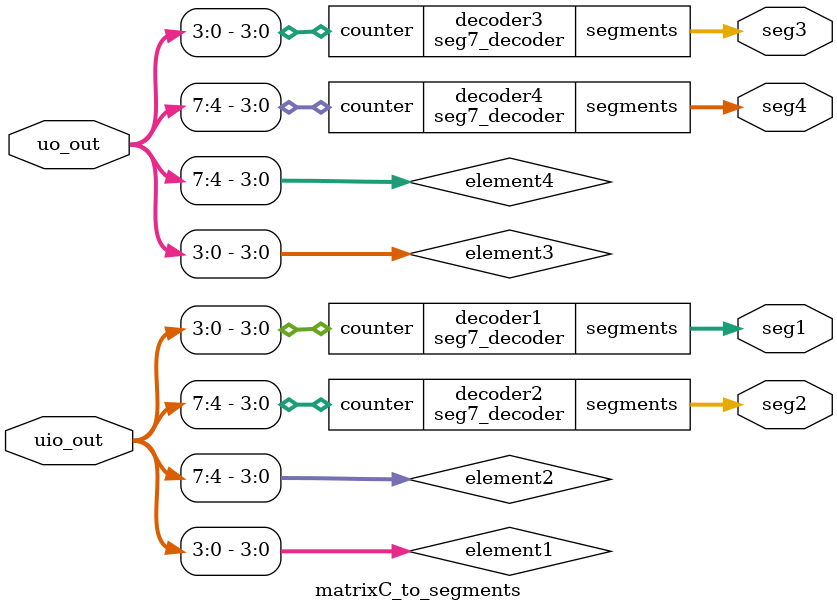
<source format=v>
/*
      -- 1 --
     |       |
     6       2
     |       |
      -- 7 --
     |       |
     5       3
     |       |
      -- 4 --
*/

module seg7_decoder(
    input [3:0] counter,
    output reg [6:0] segments
);

    always @(*) begin
        case(counter)
            4'b0000: segments = 7'b0111111;  // 0
            4'b0001: segments = 7'b0000110;  // 1
            4'b0010: segments = 7'b1011011;  // 2
            4'b0011: segments = 7'b1001111;  // 3
            4'b0100: segments = 7'b1100110;  // 4
            4'b0101: segments = 7'b1101101;  // 5
            4'b0110: segments = 7'b1111101;  // 6
            4'b0111: segments = 7'b0000111;  // 7
            4'b1000: segments = 7'b1111111;  // 8
            default: segments = 7'b0000000;  // Default to off
        endcase
    end

endmodule

module matrixC_to_segments(
    input [7:0] uio_out,  // Upper 8 bits of matrix C
    input [7:0] uo_out,   // Lower 8 bits of matrix C
    output [6:0] seg1,  
    output [6:0] seg2,  
    output [6:0] seg3,  
    output [6:0] seg4
);

    // Directly extract 4-bit elements from matrixC
    wire [3:0] element1 = uio_out[3:0];
    wire [3:0] element2 = uio_out[7:4];
    wire [3:0] element3 = uo_out[3:0];
    wire [3:0] element4 = uo_out[7:4];
    
    // Instantiate the 7-segment decoders
    seg7_decoder decoder1(.counter(element1), .segments(seg1));
    seg7_decoder decoder2(.counter(element2), .segments(seg2));
    seg7_decoder decoder3(.counter(element3), .segments(seg3));
    seg7_decoder decoder4(.counter(element4), .segments(seg4));

endmodule

</source>
